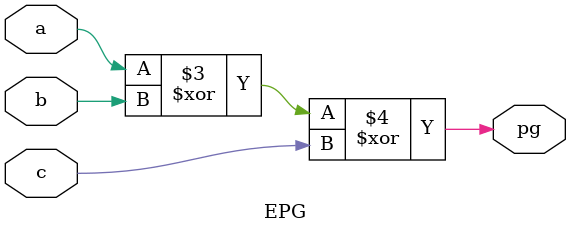
<source format=v>
module EPG(a,b,c,pg);
    input a,b,c;
    output pg;

    //data flow
    assign pg=a^b^c;

 endmodule

   //testbench
   module EPG_tb();
     reg a,b,c;
     wire pg;

     //instantiation
     EPG E1(a,b,c,pg);

     initial
     repeat(10)
     begin
     a=$random;b=$random;c=$random;#10;
     end
     initial
     $monitor("a=%b b=%b c=%b pg=%b Time=%0t",a,b,c,pg,$time);
     endmodule


</source>
